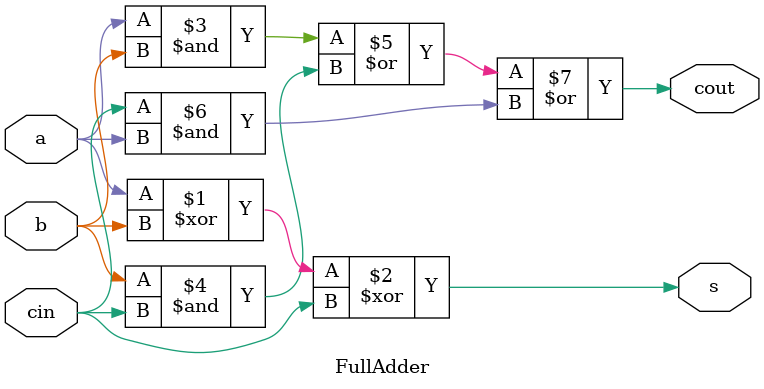
<source format=v>
`timescale 1ns/1ns
module FullAdder (a,b,cin,s,cout);
    input a,b,cin;
    output s,cout;
    
    assign s= a^b^cin;
    assign cout = (a & b)|(b & cin)|(cin & a);
endmodule
</source>
